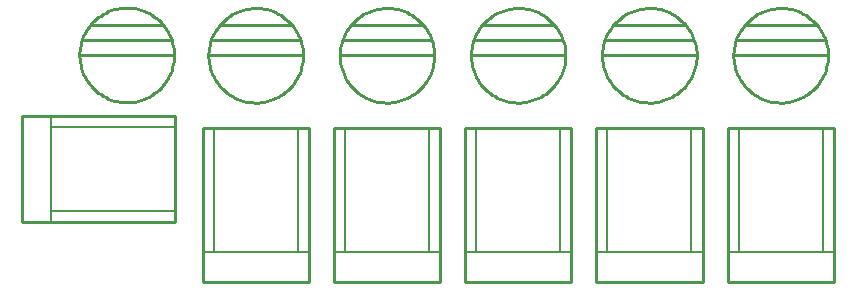
<source format=gto>
G04 Layer_Color=65535*
%FSLAX25Y25*%
%MOIN*%
G70*
G01*
G75*
%ADD10C,0.01000*%
%ADD21C,0.00787*%
D10*
X269248Y75890D02*
X269216Y76889D01*
X269121Y77883D01*
X268963Y78870D01*
X268743Y79845D01*
X268462Y80804D01*
X268120Y81743D01*
X267719Y82658D01*
X267261Y83546D01*
X266748Y84404D01*
X266181Y85227D01*
X265564Y86012D01*
X264897Y86757D01*
X264185Y87458D01*
X263430Y88112D01*
X262635Y88718D01*
X261803Y89271D01*
X260937Y89771D01*
X260042Y90215D01*
X259120Y90601D01*
X258176Y90928D01*
X257213Y91194D01*
X256235Y91399D01*
X255245Y91541D01*
X254249Y91620D01*
X253250Y91636D01*
X252252Y91588D01*
X251259Y91478D01*
X250275Y91304D01*
X249304Y91068D01*
X248349Y90772D01*
X247416Y90415D01*
X246507Y90000D01*
X245626Y89528D01*
X244777Y89001D01*
X243963Y88421D01*
X243187Y87791D01*
X242453Y87113D01*
X241764Y86390D01*
X241121Y85625D01*
X240529Y84820D01*
X239988Y83979D01*
X239503Y83106D01*
X239073Y82204D01*
X238702Y81276D01*
X238390Y80326D01*
X238139Y79359D01*
X237950Y78378D01*
X237823Y77387D01*
X237760Y76389D01*
Y75390D01*
X237823Y74393D01*
X237950Y73401D01*
X238139Y72420D01*
X238390Y71453D01*
X238702Y70504D01*
X239073Y69576D01*
X239503Y68674D01*
X239988Y67800D01*
X240529Y66960D01*
X241121Y66155D01*
X241764Y65389D01*
X242453Y64666D01*
X243187Y63988D01*
X243963Y63358D01*
X244777Y62778D01*
X245626Y62252D01*
X246507Y61780D01*
X247416Y61365D01*
X248349Y61008D01*
X249304Y60711D01*
X250275Y60475D01*
X251259Y60302D01*
X252252Y60191D01*
X253250Y60144D01*
X254249Y60160D01*
X255245Y60239D01*
X256235Y60381D01*
X257213Y60586D01*
X258176Y60852D01*
X259120Y61179D01*
X260042Y61565D01*
X260937Y62009D01*
X261803Y62508D01*
X262635Y63062D01*
X263430Y63667D01*
X264185Y64321D01*
X264897Y65022D01*
X265564Y65767D01*
X266181Y66553D01*
X266748Y67376D01*
X267261Y68233D01*
X267719Y69121D01*
X268120Y70037D01*
X268462Y70976D01*
X268743Y71935D01*
X268963Y72909D01*
X269121Y73896D01*
X269216Y74891D01*
X269248Y75890D01*
X225498Y75890D02*
X225466Y76889D01*
X225371Y77883D01*
X225213Y78870D01*
X224993Y79845D01*
X224712Y80804D01*
X224370Y81743D01*
X223969Y82658D01*
X223511Y83546D01*
X222998Y84404D01*
X222431Y85227D01*
X221814Y86012D01*
X221147Y86757D01*
X220435Y87458D01*
X219680Y88112D01*
X218885Y88718D01*
X218053Y89271D01*
X217187Y89771D01*
X216292Y90215D01*
X215370Y90601D01*
X214426Y90928D01*
X213463Y91194D01*
X212485Y91399D01*
X211495Y91541D01*
X210499Y91620D01*
X209500Y91636D01*
X208502Y91588D01*
X207509Y91478D01*
X206525Y91304D01*
X205554Y91068D01*
X204599Y90772D01*
X203666Y90415D01*
X202757Y90000D01*
X201876Y89528D01*
X201027Y89001D01*
X200213Y88421D01*
X199437Y87791D01*
X198703Y87113D01*
X198014Y86390D01*
X197371Y85625D01*
X196779Y84820D01*
X196239Y83979D01*
X195753Y83106D01*
X195323Y82204D01*
X194952Y81276D01*
X194640Y80326D01*
X194389Y79359D01*
X194200Y78378D01*
X194073Y77387D01*
X194010Y76389D01*
Y75390D01*
X194073Y74393D01*
X194200Y73401D01*
X194389Y72420D01*
X194640Y71453D01*
X194952Y70504D01*
X195323Y69576D01*
X195753Y68674D01*
X196239Y67800D01*
X196779Y66960D01*
X197371Y66155D01*
X198014Y65389D01*
X198703Y64666D01*
X199437Y63988D01*
X200213Y63358D01*
X201027Y62778D01*
X201876Y62252D01*
X202757Y61780D01*
X203666Y61365D01*
X204599Y61008D01*
X205554Y60711D01*
X206525Y60475D01*
X207509Y60302D01*
X208502Y60191D01*
X209500Y60144D01*
X210499Y60160D01*
X211495Y60239D01*
X212485Y60381D01*
X213463Y60586D01*
X214426Y60852D01*
X215370Y61179D01*
X216292Y61565D01*
X217187Y62009D01*
X218053Y62508D01*
X218885Y63062D01*
X219680Y63667D01*
X220435Y64321D01*
X221147Y65022D01*
X221814Y65767D01*
X222431Y66553D01*
X222998Y67376D01*
X223511Y68233D01*
X223969Y69121D01*
X224370Y70037D01*
X224712Y70976D01*
X224993Y71935D01*
X225213Y72909D01*
X225371Y73896D01*
X225466Y74891D01*
X225498Y75890D01*
X181748Y75890D02*
X181716Y76889D01*
X181621Y77883D01*
X181463Y78870D01*
X181243Y79845D01*
X180962Y80804D01*
X180620Y81743D01*
X180219Y82658D01*
X179761Y83546D01*
X179248Y84404D01*
X178681Y85227D01*
X178064Y86012D01*
X177397Y86757D01*
X176685Y87458D01*
X175930Y88112D01*
X175135Y88718D01*
X174303Y89271D01*
X173437Y89771D01*
X172542Y90215D01*
X171620Y90601D01*
X170676Y90928D01*
X169713Y91194D01*
X168735Y91399D01*
X167745Y91541D01*
X166749Y91620D01*
X165750Y91636D01*
X164752Y91588D01*
X163759Y91478D01*
X162775Y91304D01*
X161804Y91068D01*
X160849Y90772D01*
X159916Y90415D01*
X159007Y90000D01*
X158126Y89528D01*
X157277Y89001D01*
X156463Y88421D01*
X155687Y87791D01*
X154953Y87113D01*
X154264Y86390D01*
X153621Y85625D01*
X153029Y84820D01*
X152489Y83979D01*
X152003Y83106D01*
X151573Y82204D01*
X151202Y81276D01*
X150890Y80326D01*
X150639Y79359D01*
X150450Y78378D01*
X150323Y77387D01*
X150260Y76389D01*
Y75390D01*
X150323Y74393D01*
X150450Y73401D01*
X150639Y72420D01*
X150890Y71453D01*
X151202Y70504D01*
X151573Y69576D01*
X152003Y68674D01*
X152489Y67800D01*
X153029Y66960D01*
X153621Y66155D01*
X154264Y65389D01*
X154953Y64666D01*
X155687Y63988D01*
X156463Y63358D01*
X157277Y62778D01*
X158126Y62252D01*
X159007Y61780D01*
X159916Y61365D01*
X160849Y61008D01*
X161804Y60711D01*
X162775Y60475D01*
X163759Y60302D01*
X164752Y60191D01*
X165750Y60144D01*
X166749Y60160D01*
X167745Y60239D01*
X168735Y60381D01*
X169713Y60586D01*
X170676Y60852D01*
X171620Y61179D01*
X172542Y61565D01*
X173437Y62009D01*
X174303Y62508D01*
X175135Y63062D01*
X175930Y63667D01*
X176685Y64321D01*
X177397Y65022D01*
X178064Y65767D01*
X178681Y66553D01*
X179248Y67376D01*
X179761Y68233D01*
X180219Y69121D01*
X180620Y70037D01*
X180962Y70976D01*
X181243Y71935D01*
X181463Y72909D01*
X181621Y73896D01*
X181716Y74891D01*
X181748Y75890D01*
X137998Y75890D02*
X137966Y76889D01*
X137871Y77883D01*
X137713Y78870D01*
X137493Y79845D01*
X137212Y80804D01*
X136870Y81743D01*
X136469Y82658D01*
X136011Y83546D01*
X135498Y84404D01*
X134931Y85227D01*
X134314Y86012D01*
X133647Y86757D01*
X132935Y87458D01*
X132180Y88112D01*
X131385Y88718D01*
X130553Y89271D01*
X129687Y89771D01*
X128792Y90215D01*
X127870Y90601D01*
X126926Y90928D01*
X125963Y91194D01*
X124985Y91399D01*
X123995Y91541D01*
X122999Y91620D01*
X122000Y91636D01*
X121002Y91588D01*
X120009Y91478D01*
X119025Y91304D01*
X118054Y91068D01*
X117099Y90772D01*
X116166Y90415D01*
X115257Y90000D01*
X114376Y89528D01*
X113527Y89001D01*
X112713Y88421D01*
X111937Y87791D01*
X111203Y87113D01*
X110514Y86390D01*
X109871Y85625D01*
X109279Y84820D01*
X108739Y83979D01*
X108253Y83106D01*
X107823Y82204D01*
X107452Y81276D01*
X107140Y80326D01*
X106889Y79359D01*
X106700Y78378D01*
X106573Y77387D01*
X106510Y76389D01*
Y75390D01*
X106573Y74393D01*
X106700Y73401D01*
X106889Y72420D01*
X107140Y71453D01*
X107452Y70504D01*
X107823Y69576D01*
X108253Y68674D01*
X108739Y67800D01*
X109279Y66960D01*
X109871Y66155D01*
X110514Y65389D01*
X111203Y64666D01*
X111937Y63988D01*
X112713Y63358D01*
X113527Y62778D01*
X114376Y62252D01*
X115257Y61780D01*
X116166Y61365D01*
X117099Y61008D01*
X118054Y60711D01*
X119025Y60475D01*
X120009Y60302D01*
X121002Y60191D01*
X122000Y60144D01*
X122999Y60160D01*
X123995Y60239D01*
X124985Y60381D01*
X125963Y60586D01*
X126926Y60852D01*
X127870Y61179D01*
X128792Y61565D01*
X129687Y62009D01*
X130553Y62508D01*
X131385Y63062D01*
X132180Y63667D01*
X132935Y64321D01*
X133647Y65022D01*
X134314Y65767D01*
X134931Y66553D01*
X135498Y67376D01*
X136011Y68233D01*
X136469Y69121D01*
X136870Y70037D01*
X137212Y70976D01*
X137493Y71935D01*
X137713Y72909D01*
X137871Y73896D01*
X137966Y74891D01*
X137998Y75890D01*
X94248Y75890D02*
X94216Y76889D01*
X94121Y77883D01*
X93963Y78870D01*
X93743Y79845D01*
X93462Y80804D01*
X93120Y81743D01*
X92719Y82658D01*
X92261Y83546D01*
X91748Y84404D01*
X91181Y85227D01*
X90564Y86012D01*
X89897Y86757D01*
X89185Y87458D01*
X88430Y88112D01*
X87635Y88718D01*
X86803Y89271D01*
X85937Y89771D01*
X85042Y90215D01*
X84120Y90601D01*
X83176Y90928D01*
X82213Y91194D01*
X81235Y91399D01*
X80246Y91541D01*
X79249Y91620D01*
X78250Y91636D01*
X77252Y91588D01*
X76259Y91478D01*
X75275Y91304D01*
X74304Y91068D01*
X73349Y90772D01*
X72416Y90415D01*
X71507Y90000D01*
X70626Y89528D01*
X69777Y89001D01*
X68963Y88421D01*
X68187Y87791D01*
X67453Y87113D01*
X66764Y86390D01*
X66121Y85625D01*
X65529Y84820D01*
X64988Y83979D01*
X64503Y83106D01*
X64073Y82204D01*
X63702Y81276D01*
X63390Y80326D01*
X63139Y79359D01*
X62950Y78378D01*
X62823Y77387D01*
X62760Y76389D01*
Y75390D01*
X62823Y74393D01*
X62950Y73401D01*
X63139Y72420D01*
X63390Y71453D01*
X63702Y70504D01*
X64073Y69576D01*
X64503Y68674D01*
X64988Y67800D01*
X65529Y66960D01*
X66121Y66155D01*
X66764Y65389D01*
X67453Y64666D01*
X68187Y63988D01*
X68963Y63358D01*
X69777Y62778D01*
X70626Y62252D01*
X71507Y61780D01*
X72416Y61365D01*
X73349Y61008D01*
X74304Y60711D01*
X75275Y60475D01*
X76259Y60302D01*
X77252Y60191D01*
X78250Y60144D01*
X79249Y60160D01*
X80246Y60239D01*
X81235Y60381D01*
X82213Y60586D01*
X83176Y60852D01*
X84120Y61179D01*
X85042Y61565D01*
X85937Y62009D01*
X86803Y62508D01*
X87635Y63062D01*
X88430Y63667D01*
X89185Y64321D01*
X89897Y65022D01*
X90564Y65767D01*
X91181Y66553D01*
X91748Y67376D01*
X92261Y68233D01*
X92719Y69121D01*
X93120Y70037D01*
X93462Y70976D01*
X93743Y71935D01*
X93963Y72909D01*
X94121Y73896D01*
X94216Y74891D01*
X94248Y75890D01*
X51248Y76000D02*
X51216Y76999D01*
X51121Y77994D01*
X50963Y78980D01*
X50743Y79955D01*
X50462Y80914D01*
X50120Y81853D01*
X49719Y82768D01*
X49261Y83657D01*
X48748Y84514D01*
X48181Y85337D01*
X47564Y86123D01*
X46897Y86867D01*
X46185Y87568D01*
X45430Y88223D01*
X44635Y88828D01*
X43803Y89381D01*
X42937Y89881D01*
X42042Y90325D01*
X41120Y90711D01*
X40176Y91038D01*
X39213Y91304D01*
X38235Y91509D01*
X37246Y91651D01*
X36249Y91730D01*
X35250Y91746D01*
X34252Y91698D01*
X33259Y91588D01*
X32275Y91414D01*
X31304Y91179D01*
X30349Y90882D01*
X29416Y90525D01*
X28507Y90110D01*
X27626Y89638D01*
X26777Y89111D01*
X25963Y88532D01*
X25187Y87902D01*
X24453Y87224D01*
X23764Y86500D01*
X23121Y85735D01*
X22529Y84930D01*
X21989Y84089D01*
X21503Y83216D01*
X21073Y82314D01*
X20702Y81386D01*
X20390Y80437D01*
X20139Y79470D01*
X19950Y78488D01*
X19823Y77497D01*
X19760Y76500D01*
Y75500D01*
X19823Y74503D01*
X19950Y73512D01*
X20139Y72531D01*
X20390Y71563D01*
X20702Y70614D01*
X21073Y69686D01*
X21503Y68784D01*
X21989Y67911D01*
X22529Y67070D01*
X23121Y66265D01*
X23764Y65500D01*
X24453Y64776D01*
X25187Y64098D01*
X25963Y63468D01*
X26777Y62889D01*
X27626Y62362D01*
X28507Y61890D01*
X29416Y61475D01*
X30349Y61118D01*
X31304Y60821D01*
X32275Y60586D01*
X33259Y60412D01*
X34252Y60302D01*
X35250Y60254D01*
X36249Y60270D01*
X37246Y60349D01*
X38235Y60491D01*
X39213Y60696D01*
X40176Y60962D01*
X41120Y61289D01*
X42042Y61675D01*
X42937Y62119D01*
X43803Y62618D01*
X44635Y63172D01*
X45430Y63777D01*
X46185Y64432D01*
X46897Y65133D01*
X47564Y65877D01*
X48181Y66663D01*
X48748Y67486D01*
X49261Y68343D01*
X49719Y69231D01*
X50120Y70147D01*
X50462Y71086D01*
X50743Y72045D01*
X50963Y73020D01*
X51121Y74006D01*
X51216Y75001D01*
X51248Y76000D01*
X192034Y472D02*
Y51591D01*
X192034Y472D02*
X227467D01*
X227467D02*
Y51591D01*
X192034D02*
X227467D01*
X238000Y75890D02*
X269000D01*
X238500Y80890D02*
X268000D01*
X241500Y85890D02*
X265000D01*
X194250Y75890D02*
X225250D01*
X194750Y80890D02*
X224250D01*
X197750Y85890D02*
X221250D01*
X150500Y75890D02*
X181500D01*
X151000Y80890D02*
X180500D01*
X154000Y85890D02*
X177500D01*
X106750Y75890D02*
X137750D01*
X107250Y80890D02*
X136750D01*
X110250Y85890D02*
X133750D01*
X63000Y75890D02*
X94000D01*
X63500Y80890D02*
X93000D01*
X66500Y85890D02*
X90000D01*
X20000Y76000D02*
X51000D01*
X20500Y81000D02*
X50000D01*
X23500Y86000D02*
X47000D01*
X104534Y472D02*
Y51591D01*
X104534Y472D02*
X139966D01*
X139966D02*
Y51591D01*
X104534D02*
X139966D01*
X60783Y472D02*
Y51591D01*
X60783Y472D02*
X96216D01*
X96216D02*
Y51591D01*
X60783D02*
X96216D01*
X148284Y472D02*
Y51591D01*
X148284Y472D02*
X183716D01*
X183716D02*
Y51591D01*
X148284D02*
X183716D01*
X235784Y472D02*
Y51591D01*
X235784Y472D02*
X271217D01*
X271217D02*
Y51591D01*
X235784D02*
X271217D01*
X563Y55717D02*
X51681D01*
X563Y20283D02*
Y55717D01*
Y20283D02*
X51681D01*
Y55717D01*
D21*
X195750Y10315D02*
Y51591D01*
X192034Y10315D02*
X227467D01*
X223750D02*
Y51591D01*
X108250Y10315D02*
Y51591D01*
X104534Y10315D02*
X139966D01*
X136250D02*
Y51591D01*
X64500Y10315D02*
Y51591D01*
X60783Y10315D02*
X96216D01*
X92500D02*
Y51591D01*
X152000Y10315D02*
Y51591D01*
X148284Y10315D02*
X183716D01*
X180000D02*
Y51591D01*
X239500Y10315D02*
Y51591D01*
X235784Y10315D02*
X271217D01*
X267500D02*
Y51591D01*
X10406Y52000D02*
X51681D01*
X10406Y20283D02*
Y55717D01*
Y24000D02*
X51681D01*
M02*

</source>
